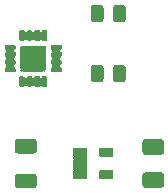
<source format=gbr>
%TF.GenerationSoftware,KiCad,Pcbnew,5.1.9+dfsg1-1~bpo10+1*%
%TF.CreationDate,Date%
%TF.ProjectId,test,74657374-2e6b-4696-9361-645f70636258,v2*%
%TF.SameCoordinates,Original*%
%TF.FileFunction,Soldermask,Top*%
%TF.FilePolarity,Negative*%
%FSLAX46Y46*%
G04 Gerber Fmt 4.6, Leading zero omitted, Abs format (unit mm)*
G04 Created by KiCad*
%MOMM*%
%LPD*%
G01*
G04 APERTURE LIST*
%ADD10C,0.100000*%
G04 APERTURE END LIST*
%TO.C,R2*%
G36*
G01*
X131209000Y-97636750D02*
X131209000Y-96673250D01*
G75*
G02*
X131478250Y-96404000I269250J0D01*
G01*
X132016750Y-96404000D01*
G75*
G02*
X132286000Y-96673250I0J-269250D01*
G01*
X132286000Y-97636750D01*
G75*
G02*
X132016750Y-97906000I-269250J0D01*
G01*
X131478250Y-97906000D01*
G75*
G02*
X131209000Y-97636750I0J269250D01*
G01*
G37*
G36*
G01*
X129334000Y-97636750D02*
X129334000Y-96673250D01*
G75*
G02*
X129603250Y-96404000I269250J0D01*
G01*
X130141750Y-96404000D01*
G75*
G02*
X130411000Y-96673250I0J-269250D01*
G01*
X130411000Y-97636750D01*
G75*
G02*
X130141750Y-97906000I-269250J0D01*
G01*
X129603250Y-97906000D01*
G75*
G02*
X129334000Y-97636750I0J269250D01*
G01*
G37*
%TD*%
%TO.C,R1*%
G36*
G01*
X131209000Y-92556750D02*
X131209000Y-91593250D01*
G75*
G02*
X131478250Y-91324000I269250J0D01*
G01*
X132016750Y-91324000D01*
G75*
G02*
X132286000Y-91593250I0J-269250D01*
G01*
X132286000Y-92556750D01*
G75*
G02*
X132016750Y-92826000I-269250J0D01*
G01*
X131478250Y-92826000D01*
G75*
G02*
X131209000Y-92556750I0J269250D01*
G01*
G37*
G36*
G01*
X129334000Y-92556750D02*
X129334000Y-91593250D01*
G75*
G02*
X129603250Y-91324000I269250J0D01*
G01*
X130141750Y-91324000D01*
G75*
G02*
X130411000Y-91593250I0J-269250D01*
G01*
X130411000Y-92556750D01*
G75*
G02*
X130141750Y-92826000I-269250J0D01*
G01*
X129603250Y-92826000D01*
G75*
G02*
X129334000Y-92556750I0J269250D01*
G01*
G37*
%TD*%
%TO.C,U2*%
G36*
G01*
X123284000Y-94310500D02*
X123284000Y-93559500D01*
G75*
G02*
X123384500Y-93459000I100500J0D01*
G01*
X123585500Y-93459000D01*
G75*
G02*
X123686000Y-93559500I0J-100500D01*
G01*
X123686000Y-94310500D01*
G75*
G02*
X123585500Y-94411000I-100500J0D01*
G01*
X123384500Y-94411000D01*
G75*
G02*
X123284000Y-94310500I0J100500D01*
G01*
G37*
G36*
G01*
X123934000Y-94310500D02*
X123934000Y-93559500D01*
G75*
G02*
X124034500Y-93459000I100500J0D01*
G01*
X124235500Y-93459000D01*
G75*
G02*
X124336000Y-93559500I0J-100500D01*
G01*
X124336000Y-94310500D01*
G75*
G02*
X124235500Y-94411000I-100500J0D01*
G01*
X124034500Y-94411000D01*
G75*
G02*
X123934000Y-94310500I0J100500D01*
G01*
G37*
G36*
G01*
X124584000Y-94310500D02*
X124584000Y-93559500D01*
G75*
G02*
X124684500Y-93459000I100500J0D01*
G01*
X124885500Y-93459000D01*
G75*
G02*
X124986000Y-93559500I0J-100500D01*
G01*
X124986000Y-94310500D01*
G75*
G02*
X124885500Y-94411000I-100500J0D01*
G01*
X124684500Y-94411000D01*
G75*
G02*
X124584000Y-94310500I0J100500D01*
G01*
G37*
G36*
G01*
X125234000Y-94310500D02*
X125234000Y-93559500D01*
G75*
G02*
X125334500Y-93459000I100500J0D01*
G01*
X125535500Y-93459000D01*
G75*
G02*
X125636000Y-93559500I0J-100500D01*
G01*
X125636000Y-94310500D01*
G75*
G02*
X125535500Y-94411000I-100500J0D01*
G01*
X125334500Y-94411000D01*
G75*
G02*
X125234000Y-94310500I0J100500D01*
G01*
G37*
G36*
G01*
X125934000Y-95010500D02*
X125934000Y-94809500D01*
G75*
G02*
X126034500Y-94709000I100500J0D01*
G01*
X126785500Y-94709000D01*
G75*
G02*
X126886000Y-94809500I0J-100500D01*
G01*
X126886000Y-95010500D01*
G75*
G02*
X126785500Y-95111000I-100500J0D01*
G01*
X126034500Y-95111000D01*
G75*
G02*
X125934000Y-95010500I0J100500D01*
G01*
G37*
G36*
G01*
X125934000Y-95660500D02*
X125934000Y-95459500D01*
G75*
G02*
X126034500Y-95359000I100500J0D01*
G01*
X126785500Y-95359000D01*
G75*
G02*
X126886000Y-95459500I0J-100500D01*
G01*
X126886000Y-95660500D01*
G75*
G02*
X126785500Y-95761000I-100500J0D01*
G01*
X126034500Y-95761000D01*
G75*
G02*
X125934000Y-95660500I0J100500D01*
G01*
G37*
G36*
G01*
X125934000Y-96310500D02*
X125934000Y-96109500D01*
G75*
G02*
X126034500Y-96009000I100500J0D01*
G01*
X126785500Y-96009000D01*
G75*
G02*
X126886000Y-96109500I0J-100500D01*
G01*
X126886000Y-96310500D01*
G75*
G02*
X126785500Y-96411000I-100500J0D01*
G01*
X126034500Y-96411000D01*
G75*
G02*
X125934000Y-96310500I0J100500D01*
G01*
G37*
G36*
G01*
X125934000Y-96960500D02*
X125934000Y-96759500D01*
G75*
G02*
X126034500Y-96659000I100500J0D01*
G01*
X126785500Y-96659000D01*
G75*
G02*
X126886000Y-96759500I0J-100500D01*
G01*
X126886000Y-96960500D01*
G75*
G02*
X126785500Y-97061000I-100500J0D01*
G01*
X126034500Y-97061000D01*
G75*
G02*
X125934000Y-96960500I0J100500D01*
G01*
G37*
G36*
G01*
X125234000Y-98210500D02*
X125234000Y-97459500D01*
G75*
G02*
X125334500Y-97359000I100500J0D01*
G01*
X125535500Y-97359000D01*
G75*
G02*
X125636000Y-97459500I0J-100500D01*
G01*
X125636000Y-98210500D01*
G75*
G02*
X125535500Y-98311000I-100500J0D01*
G01*
X125334500Y-98311000D01*
G75*
G02*
X125234000Y-98210500I0J100500D01*
G01*
G37*
G36*
G01*
X124584000Y-98210500D02*
X124584000Y-97459500D01*
G75*
G02*
X124684500Y-97359000I100500J0D01*
G01*
X124885500Y-97359000D01*
G75*
G02*
X124986000Y-97459500I0J-100500D01*
G01*
X124986000Y-98210500D01*
G75*
G02*
X124885500Y-98311000I-100500J0D01*
G01*
X124684500Y-98311000D01*
G75*
G02*
X124584000Y-98210500I0J100500D01*
G01*
G37*
G36*
G01*
X123934000Y-98210500D02*
X123934000Y-97459500D01*
G75*
G02*
X124034500Y-97359000I100500J0D01*
G01*
X124235500Y-97359000D01*
G75*
G02*
X124336000Y-97459500I0J-100500D01*
G01*
X124336000Y-98210500D01*
G75*
G02*
X124235500Y-98311000I-100500J0D01*
G01*
X124034500Y-98311000D01*
G75*
G02*
X123934000Y-98210500I0J100500D01*
G01*
G37*
G36*
G01*
X123284000Y-98210500D02*
X123284000Y-97459500D01*
G75*
G02*
X123384500Y-97359000I100500J0D01*
G01*
X123585500Y-97359000D01*
G75*
G02*
X123686000Y-97459500I0J-100500D01*
G01*
X123686000Y-98210500D01*
G75*
G02*
X123585500Y-98311000I-100500J0D01*
G01*
X123384500Y-98311000D01*
G75*
G02*
X123284000Y-98210500I0J100500D01*
G01*
G37*
G36*
G01*
X122034000Y-96960500D02*
X122034000Y-96759500D01*
G75*
G02*
X122134500Y-96659000I100500J0D01*
G01*
X122885500Y-96659000D01*
G75*
G02*
X122986000Y-96759500I0J-100500D01*
G01*
X122986000Y-96960500D01*
G75*
G02*
X122885500Y-97061000I-100500J0D01*
G01*
X122134500Y-97061000D01*
G75*
G02*
X122034000Y-96960500I0J100500D01*
G01*
G37*
G36*
G01*
X122034000Y-96310500D02*
X122034000Y-96109500D01*
G75*
G02*
X122134500Y-96009000I100500J0D01*
G01*
X122885500Y-96009000D01*
G75*
G02*
X122986000Y-96109500I0J-100500D01*
G01*
X122986000Y-96310500D01*
G75*
G02*
X122885500Y-96411000I-100500J0D01*
G01*
X122134500Y-96411000D01*
G75*
G02*
X122034000Y-96310500I0J100500D01*
G01*
G37*
G36*
G01*
X122034000Y-95660500D02*
X122034000Y-95459500D01*
G75*
G02*
X122134500Y-95359000I100500J0D01*
G01*
X122885500Y-95359000D01*
G75*
G02*
X122986000Y-95459500I0J-100500D01*
G01*
X122986000Y-95660500D01*
G75*
G02*
X122885500Y-95761000I-100500J0D01*
G01*
X122134500Y-95761000D01*
G75*
G02*
X122034000Y-95660500I0J100500D01*
G01*
G37*
G36*
G01*
X122034000Y-95010500D02*
X122034000Y-94809500D01*
G75*
G02*
X122134500Y-94709000I100500J0D01*
G01*
X122885500Y-94709000D01*
G75*
G02*
X122986000Y-94809500I0J-100500D01*
G01*
X122986000Y-95010500D01*
G75*
G02*
X122885500Y-95111000I-100500J0D01*
G01*
X122134500Y-95111000D01*
G75*
G02*
X122034000Y-95010500I0J100500D01*
G01*
G37*
G36*
G01*
X123359000Y-96723858D02*
X123359000Y-95046142D01*
G75*
G02*
X123621142Y-94784000I262142J0D01*
G01*
X125298858Y-94784000D01*
G75*
G02*
X125561000Y-95046142I0J-262142D01*
G01*
X125561000Y-96723858D01*
G75*
G02*
X125298858Y-96986000I-262142J0D01*
G01*
X123621142Y-96986000D01*
G75*
G02*
X123359000Y-96723858I0J262142D01*
G01*
G37*
%TD*%
%TO.C,U1*%
G36*
G01*
X130059000Y-104150001D02*
X130059000Y-103499999D01*
G75*
G02*
X130109999Y-103449000I50999J0D01*
G01*
X131170001Y-103449000D01*
G75*
G02*
X131221000Y-103499999I0J-50999D01*
G01*
X131221000Y-104150001D01*
G75*
G02*
X131170001Y-104201000I-50999J0D01*
G01*
X130109999Y-104201000D01*
G75*
G02*
X130059000Y-104150001I0J50999D01*
G01*
G37*
G36*
G01*
X130059000Y-106050001D02*
X130059000Y-105399999D01*
G75*
G02*
X130109999Y-105349000I50999J0D01*
G01*
X131170001Y-105349000D01*
G75*
G02*
X131221000Y-105399999I0J-50999D01*
G01*
X131221000Y-106050001D01*
G75*
G02*
X131170001Y-106101000I-50999J0D01*
G01*
X130109999Y-106101000D01*
G75*
G02*
X130059000Y-106050001I0J50999D01*
G01*
G37*
G36*
G01*
X127859000Y-106050001D02*
X127859000Y-105399999D01*
G75*
G02*
X127909999Y-105349000I50999J0D01*
G01*
X128970001Y-105349000D01*
G75*
G02*
X129021000Y-105399999I0J-50999D01*
G01*
X129021000Y-106050001D01*
G75*
G02*
X128970001Y-106101000I-50999J0D01*
G01*
X127909999Y-106101000D01*
G75*
G02*
X127859000Y-106050001I0J50999D01*
G01*
G37*
G36*
G01*
X127859000Y-105100001D02*
X127859000Y-104449999D01*
G75*
G02*
X127909999Y-104399000I50999J0D01*
G01*
X128970001Y-104399000D01*
G75*
G02*
X129021000Y-104449999I0J-50999D01*
G01*
X129021000Y-105100001D01*
G75*
G02*
X128970001Y-105151000I-50999J0D01*
G01*
X127909999Y-105151000D01*
G75*
G02*
X127859000Y-105100001I0J50999D01*
G01*
G37*
G36*
G01*
X127859000Y-104150001D02*
X127859000Y-103499999D01*
G75*
G02*
X127909999Y-103449000I50999J0D01*
G01*
X128970001Y-103449000D01*
G75*
G02*
X129021000Y-103499999I0J-50999D01*
G01*
X129021000Y-104150001D01*
G75*
G02*
X128970001Y-104201000I-50999J0D01*
G01*
X127909999Y-104201000D01*
G75*
G02*
X127859000Y-104150001I0J50999D01*
G01*
G37*
%TD*%
%TO.C,C2*%
G36*
G01*
X135275600Y-104051000D02*
X133964400Y-104051000D01*
G75*
G02*
X133694000Y-103780600I0J270400D01*
G01*
X133694000Y-102969400D01*
G75*
G02*
X133964400Y-102699000I270400J0D01*
G01*
X135275600Y-102699000D01*
G75*
G02*
X135546000Y-102969400I0J-270400D01*
G01*
X135546000Y-103780600D01*
G75*
G02*
X135275600Y-104051000I-270400J0D01*
G01*
G37*
G36*
G01*
X135275600Y-106851000D02*
X133964400Y-106851000D01*
G75*
G02*
X133694000Y-106580600I0J270400D01*
G01*
X133694000Y-105769400D01*
G75*
G02*
X133964400Y-105499000I270400J0D01*
G01*
X135275600Y-105499000D01*
G75*
G02*
X135546000Y-105769400I0J-270400D01*
G01*
X135546000Y-106580600D01*
G75*
G02*
X135275600Y-106851000I-270400J0D01*
G01*
G37*
%TD*%
%TO.C,C1*%
G36*
G01*
X124503828Y-103926000D02*
X123146172Y-103926000D01*
G75*
G02*
X122874000Y-103653828I0J272172D01*
G01*
X122874000Y-102946172D01*
G75*
G02*
X123146172Y-102674000I272172J0D01*
G01*
X124503828Y-102674000D01*
G75*
G02*
X124776000Y-102946172I0J-272172D01*
G01*
X124776000Y-103653828D01*
G75*
G02*
X124503828Y-103926000I-272172J0D01*
G01*
G37*
G36*
G01*
X124503828Y-106876000D02*
X123146172Y-106876000D01*
G75*
G02*
X122874000Y-106603828I0J272172D01*
G01*
X122874000Y-105896172D01*
G75*
G02*
X123146172Y-105624000I272172J0D01*
G01*
X124503828Y-105624000D01*
G75*
G02*
X124776000Y-105896172I0J-272172D01*
G01*
X124776000Y-106603828D01*
G75*
G02*
X124503828Y-106876000I-272172J0D01*
G01*
G37*
%TD*%
D10*
G36*
X129022732Y-105150000D02*
G01*
X129023000Y-105151000D01*
X129023000Y-105349000D01*
X129022000Y-105350732D01*
X129021000Y-105351000D01*
X127859000Y-105351000D01*
X127857268Y-105350000D01*
X127857000Y-105349000D01*
X127857000Y-105151000D01*
X127858000Y-105149268D01*
X127859000Y-105149000D01*
X129021000Y-105149000D01*
X129022732Y-105150000D01*
G37*
G36*
X129022732Y-104200000D02*
G01*
X129023000Y-104201000D01*
X129023000Y-104399000D01*
X129022000Y-104400732D01*
X129021000Y-104401000D01*
X127859000Y-104401000D01*
X127857268Y-104400000D01*
X127857000Y-104399000D01*
X127857000Y-104201000D01*
X127858000Y-104199268D01*
X127859000Y-104199000D01*
X129021000Y-104199000D01*
X129022732Y-104200000D01*
G37*
G36*
X124942056Y-97357010D02*
G01*
X124955491Y-97358333D01*
X124955876Y-97358409D01*
X124962891Y-97360537D01*
X124963253Y-97360687D01*
X124969719Y-97364144D01*
X124970045Y-97364362D01*
X124975711Y-97369012D01*
X124975988Y-97369289D01*
X124980638Y-97374955D01*
X124980856Y-97375281D01*
X124984313Y-97381747D01*
X124984463Y-97382109D01*
X124986591Y-97389124D01*
X124986667Y-97389509D01*
X124987583Y-97398808D01*
X124992307Y-97422560D01*
X125001534Y-97444834D01*
X125014928Y-97464881D01*
X125031975Y-97481928D01*
X125052023Y-97495323D01*
X125074297Y-97504550D01*
X125097947Y-97509254D01*
X125122053Y-97509254D01*
X125145703Y-97504550D01*
X125167977Y-97495323D01*
X125188024Y-97481929D01*
X125205071Y-97464882D01*
X125218466Y-97444834D01*
X125227693Y-97422560D01*
X125232417Y-97398808D01*
X125233333Y-97389509D01*
X125233409Y-97389124D01*
X125235537Y-97382109D01*
X125235687Y-97381747D01*
X125239144Y-97375281D01*
X125239362Y-97374955D01*
X125244012Y-97369289D01*
X125244289Y-97369012D01*
X125249955Y-97364362D01*
X125250281Y-97364144D01*
X125256747Y-97360687D01*
X125257109Y-97360537D01*
X125264124Y-97358409D01*
X125264509Y-97358333D01*
X125277944Y-97357010D01*
X125278140Y-97357000D01*
X125334500Y-97357000D01*
X125336232Y-97358000D01*
X125336232Y-97360000D01*
X125334696Y-97360990D01*
X125315288Y-97362901D01*
X125296809Y-97368507D01*
X125279781Y-97377608D01*
X125264857Y-97389857D01*
X125252608Y-97404781D01*
X125243507Y-97421809D01*
X125237901Y-97440288D01*
X125236000Y-97459594D01*
X125236000Y-98210406D01*
X125237901Y-98229712D01*
X125243507Y-98248191D01*
X125252608Y-98265219D01*
X125264857Y-98280143D01*
X125279781Y-98292392D01*
X125296809Y-98301493D01*
X125315288Y-98307099D01*
X125334696Y-98309010D01*
X125336322Y-98310175D01*
X125336126Y-98312165D01*
X125334500Y-98313000D01*
X125278140Y-98313000D01*
X125277944Y-98312990D01*
X125264509Y-98311667D01*
X125264124Y-98311591D01*
X125257109Y-98309463D01*
X125256747Y-98309313D01*
X125250281Y-98305856D01*
X125249955Y-98305638D01*
X125244289Y-98300988D01*
X125244012Y-98300711D01*
X125239362Y-98295045D01*
X125239144Y-98294719D01*
X125235687Y-98288253D01*
X125235537Y-98287891D01*
X125233409Y-98280876D01*
X125233333Y-98280491D01*
X125232417Y-98271192D01*
X125227693Y-98247440D01*
X125218466Y-98225166D01*
X125205072Y-98205119D01*
X125188025Y-98188072D01*
X125167977Y-98174677D01*
X125145703Y-98165450D01*
X125122053Y-98160746D01*
X125097947Y-98160746D01*
X125074297Y-98165450D01*
X125052023Y-98174677D01*
X125031976Y-98188071D01*
X125014929Y-98205118D01*
X125001534Y-98225166D01*
X124992307Y-98247440D01*
X124987583Y-98271192D01*
X124986667Y-98280491D01*
X124986591Y-98280876D01*
X124984463Y-98287891D01*
X124984313Y-98288253D01*
X124980856Y-98294719D01*
X124980638Y-98295045D01*
X124975988Y-98300711D01*
X124975711Y-98300988D01*
X124970045Y-98305638D01*
X124969719Y-98305856D01*
X124963253Y-98309313D01*
X124962891Y-98309463D01*
X124955876Y-98311591D01*
X124955491Y-98311667D01*
X124942056Y-98312990D01*
X124941860Y-98313000D01*
X124885500Y-98313000D01*
X124883768Y-98312000D01*
X124883768Y-98310000D01*
X124885304Y-98309010D01*
X124904712Y-98307099D01*
X124923191Y-98301493D01*
X124940219Y-98292392D01*
X124955143Y-98280143D01*
X124967392Y-98265219D01*
X124976493Y-98248191D01*
X124982099Y-98229712D01*
X124984000Y-98210406D01*
X124984000Y-97459594D01*
X124982099Y-97440288D01*
X124976493Y-97421809D01*
X124967392Y-97404781D01*
X124955143Y-97389857D01*
X124940219Y-97377608D01*
X124923191Y-97368507D01*
X124904712Y-97362901D01*
X124885304Y-97360990D01*
X124883678Y-97359825D01*
X124883874Y-97357835D01*
X124885500Y-97357000D01*
X124941860Y-97357000D01*
X124942056Y-97357010D01*
G37*
G36*
X123642056Y-97357010D02*
G01*
X123655491Y-97358333D01*
X123655876Y-97358409D01*
X123662891Y-97360537D01*
X123663253Y-97360687D01*
X123669719Y-97364144D01*
X123670045Y-97364362D01*
X123675711Y-97369012D01*
X123675988Y-97369289D01*
X123680638Y-97374955D01*
X123680856Y-97375281D01*
X123684313Y-97381747D01*
X123684463Y-97382109D01*
X123686591Y-97389124D01*
X123686667Y-97389509D01*
X123687583Y-97398808D01*
X123692307Y-97422560D01*
X123701534Y-97444834D01*
X123714928Y-97464881D01*
X123731975Y-97481928D01*
X123752023Y-97495323D01*
X123774297Y-97504550D01*
X123797947Y-97509254D01*
X123822053Y-97509254D01*
X123845703Y-97504550D01*
X123867977Y-97495323D01*
X123888024Y-97481929D01*
X123905071Y-97464882D01*
X123918466Y-97444834D01*
X123927693Y-97422560D01*
X123932417Y-97398808D01*
X123933333Y-97389509D01*
X123933409Y-97389124D01*
X123935537Y-97382109D01*
X123935687Y-97381747D01*
X123939144Y-97375281D01*
X123939362Y-97374955D01*
X123944012Y-97369289D01*
X123944289Y-97369012D01*
X123949955Y-97364362D01*
X123950281Y-97364144D01*
X123956747Y-97360687D01*
X123957109Y-97360537D01*
X123964124Y-97358409D01*
X123964509Y-97358333D01*
X123977944Y-97357010D01*
X123978140Y-97357000D01*
X124034500Y-97357000D01*
X124036232Y-97358000D01*
X124036232Y-97360000D01*
X124034696Y-97360990D01*
X124015288Y-97362901D01*
X123996809Y-97368507D01*
X123979781Y-97377608D01*
X123964857Y-97389857D01*
X123952608Y-97404781D01*
X123943507Y-97421809D01*
X123937901Y-97440288D01*
X123936000Y-97459594D01*
X123936000Y-98210406D01*
X123937901Y-98229712D01*
X123943507Y-98248191D01*
X123952608Y-98265219D01*
X123964857Y-98280143D01*
X123979781Y-98292392D01*
X123996809Y-98301493D01*
X124015288Y-98307099D01*
X124034696Y-98309010D01*
X124036322Y-98310175D01*
X124036126Y-98312165D01*
X124034500Y-98313000D01*
X123978140Y-98313000D01*
X123977944Y-98312990D01*
X123964509Y-98311667D01*
X123964124Y-98311591D01*
X123957109Y-98309463D01*
X123956747Y-98309313D01*
X123950281Y-98305856D01*
X123949955Y-98305638D01*
X123944289Y-98300988D01*
X123944012Y-98300711D01*
X123939362Y-98295045D01*
X123939144Y-98294719D01*
X123935687Y-98288253D01*
X123935537Y-98287891D01*
X123933409Y-98280876D01*
X123933333Y-98280491D01*
X123932417Y-98271192D01*
X123927693Y-98247440D01*
X123918466Y-98225166D01*
X123905072Y-98205119D01*
X123888025Y-98188072D01*
X123867977Y-98174677D01*
X123845703Y-98165450D01*
X123822053Y-98160746D01*
X123797947Y-98160746D01*
X123774297Y-98165450D01*
X123752023Y-98174677D01*
X123731976Y-98188071D01*
X123714929Y-98205118D01*
X123701534Y-98225166D01*
X123692307Y-98247440D01*
X123687583Y-98271192D01*
X123686667Y-98280491D01*
X123686591Y-98280876D01*
X123684463Y-98287891D01*
X123684313Y-98288253D01*
X123680856Y-98294719D01*
X123680638Y-98295045D01*
X123675988Y-98300711D01*
X123675711Y-98300988D01*
X123670045Y-98305638D01*
X123669719Y-98305856D01*
X123663253Y-98309313D01*
X123662891Y-98309463D01*
X123655876Y-98311591D01*
X123655491Y-98311667D01*
X123642056Y-98312990D01*
X123641860Y-98313000D01*
X123585500Y-98313000D01*
X123583768Y-98312000D01*
X123583768Y-98310000D01*
X123585304Y-98309010D01*
X123604712Y-98307099D01*
X123623191Y-98301493D01*
X123640219Y-98292392D01*
X123655143Y-98280143D01*
X123667392Y-98265219D01*
X123676493Y-98248191D01*
X123682099Y-98229712D01*
X123684000Y-98210406D01*
X123684000Y-97459594D01*
X123682099Y-97440288D01*
X123676493Y-97421809D01*
X123667392Y-97404781D01*
X123655143Y-97389857D01*
X123640219Y-97377608D01*
X123623191Y-97368507D01*
X123604712Y-97362901D01*
X123585304Y-97360990D01*
X123583678Y-97359825D01*
X123583874Y-97357835D01*
X123585500Y-97357000D01*
X123641860Y-97357000D01*
X123642056Y-97357010D01*
G37*
G36*
X124292056Y-97357010D02*
G01*
X124305491Y-97358333D01*
X124305876Y-97358409D01*
X124312891Y-97360537D01*
X124313253Y-97360687D01*
X124319719Y-97364144D01*
X124320045Y-97364362D01*
X124325711Y-97369012D01*
X124325988Y-97369289D01*
X124330638Y-97374955D01*
X124330856Y-97375281D01*
X124334313Y-97381747D01*
X124334463Y-97382109D01*
X124336591Y-97389124D01*
X124336667Y-97389509D01*
X124337583Y-97398808D01*
X124342307Y-97422560D01*
X124351534Y-97444834D01*
X124364928Y-97464881D01*
X124381975Y-97481928D01*
X124402023Y-97495323D01*
X124424297Y-97504550D01*
X124447947Y-97509254D01*
X124472053Y-97509254D01*
X124495703Y-97504550D01*
X124517977Y-97495323D01*
X124538024Y-97481929D01*
X124555071Y-97464882D01*
X124568466Y-97444834D01*
X124577693Y-97422560D01*
X124582417Y-97398808D01*
X124583333Y-97389509D01*
X124583409Y-97389124D01*
X124585537Y-97382109D01*
X124585687Y-97381747D01*
X124589144Y-97375281D01*
X124589362Y-97374955D01*
X124594012Y-97369289D01*
X124594289Y-97369012D01*
X124599955Y-97364362D01*
X124600281Y-97364144D01*
X124606747Y-97360687D01*
X124607109Y-97360537D01*
X124614124Y-97358409D01*
X124614509Y-97358333D01*
X124627944Y-97357010D01*
X124628140Y-97357000D01*
X124684500Y-97357000D01*
X124686232Y-97358000D01*
X124686232Y-97360000D01*
X124684696Y-97360990D01*
X124665288Y-97362901D01*
X124646809Y-97368507D01*
X124629781Y-97377608D01*
X124614857Y-97389857D01*
X124602608Y-97404781D01*
X124593507Y-97421809D01*
X124587901Y-97440288D01*
X124586000Y-97459594D01*
X124586000Y-98210406D01*
X124587901Y-98229712D01*
X124593507Y-98248191D01*
X124602608Y-98265219D01*
X124614857Y-98280143D01*
X124629781Y-98292392D01*
X124646809Y-98301493D01*
X124665288Y-98307099D01*
X124684696Y-98309010D01*
X124686322Y-98310175D01*
X124686126Y-98312165D01*
X124684500Y-98313000D01*
X124628140Y-98313000D01*
X124627944Y-98312990D01*
X124614509Y-98311667D01*
X124614124Y-98311591D01*
X124607109Y-98309463D01*
X124606747Y-98309313D01*
X124600281Y-98305856D01*
X124599955Y-98305638D01*
X124594289Y-98300988D01*
X124594012Y-98300711D01*
X124589362Y-98295045D01*
X124589144Y-98294719D01*
X124585687Y-98288253D01*
X124585537Y-98287891D01*
X124583409Y-98280876D01*
X124583333Y-98280491D01*
X124582417Y-98271192D01*
X124577693Y-98247440D01*
X124568466Y-98225166D01*
X124555072Y-98205119D01*
X124538025Y-98188072D01*
X124517977Y-98174677D01*
X124495703Y-98165450D01*
X124472053Y-98160746D01*
X124447947Y-98160746D01*
X124424297Y-98165450D01*
X124402023Y-98174677D01*
X124381976Y-98188071D01*
X124364929Y-98205118D01*
X124351534Y-98225166D01*
X124342307Y-98247440D01*
X124337583Y-98271192D01*
X124336667Y-98280491D01*
X124336591Y-98280876D01*
X124334463Y-98287891D01*
X124334313Y-98288253D01*
X124330856Y-98294719D01*
X124330638Y-98295045D01*
X124325988Y-98300711D01*
X124325711Y-98300988D01*
X124320045Y-98305638D01*
X124319719Y-98305856D01*
X124313253Y-98309313D01*
X124312891Y-98309463D01*
X124305876Y-98311591D01*
X124305491Y-98311667D01*
X124292056Y-98312990D01*
X124291860Y-98313000D01*
X124235500Y-98313000D01*
X124233768Y-98312000D01*
X124233768Y-98310000D01*
X124235304Y-98309010D01*
X124254712Y-98307099D01*
X124273191Y-98301493D01*
X124290219Y-98292392D01*
X124305143Y-98280143D01*
X124317392Y-98265219D01*
X124326493Y-98248191D01*
X124332099Y-98229712D01*
X124334000Y-98210406D01*
X124334000Y-97459594D01*
X124332099Y-97440288D01*
X124326493Y-97421809D01*
X124317392Y-97404781D01*
X124305143Y-97389857D01*
X124290219Y-97377608D01*
X124273191Y-97368507D01*
X124254712Y-97362901D01*
X124235304Y-97360990D01*
X124233678Y-97359825D01*
X124233874Y-97357835D01*
X124235500Y-97357000D01*
X124291860Y-97357000D01*
X124292056Y-97357010D01*
G37*
G36*
X125562165Y-96722232D02*
G01*
X125563000Y-96723858D01*
X125563000Y-96812955D01*
X125562990Y-96813151D01*
X125559190Y-96851733D01*
X125559114Y-96852118D01*
X125549650Y-96883317D01*
X125549500Y-96883679D01*
X125534132Y-96912430D01*
X125533914Y-96912756D01*
X125513233Y-96937956D01*
X125512956Y-96938233D01*
X125487756Y-96958914D01*
X125487430Y-96959132D01*
X125458679Y-96974500D01*
X125458317Y-96974650D01*
X125427118Y-96984114D01*
X125426733Y-96984190D01*
X125388151Y-96987990D01*
X125387955Y-96988000D01*
X125298858Y-96988000D01*
X125297126Y-96987000D01*
X125297126Y-96985000D01*
X125298662Y-96984010D01*
X125349604Y-96978993D01*
X125398406Y-96964189D01*
X125443380Y-96940150D01*
X125482799Y-96907799D01*
X125515150Y-96868380D01*
X125539189Y-96823406D01*
X125553993Y-96774604D01*
X125559010Y-96723662D01*
X125560175Y-96722036D01*
X125562165Y-96722232D01*
G37*
G36*
X123360990Y-96723662D02*
G01*
X123366007Y-96774604D01*
X123380811Y-96823406D01*
X123404850Y-96868380D01*
X123437201Y-96907799D01*
X123476620Y-96940150D01*
X123521594Y-96964189D01*
X123570396Y-96978993D01*
X123621338Y-96984010D01*
X123622964Y-96985175D01*
X123622768Y-96987165D01*
X123621142Y-96988000D01*
X123532045Y-96988000D01*
X123531849Y-96987990D01*
X123493267Y-96984190D01*
X123492882Y-96984114D01*
X123461683Y-96974650D01*
X123461321Y-96974500D01*
X123432570Y-96959132D01*
X123432244Y-96958914D01*
X123407044Y-96938233D01*
X123406767Y-96937956D01*
X123386086Y-96912756D01*
X123385868Y-96912430D01*
X123370500Y-96883679D01*
X123370350Y-96883317D01*
X123360886Y-96852118D01*
X123360810Y-96851733D01*
X123357010Y-96813151D01*
X123357000Y-96812955D01*
X123357000Y-96723858D01*
X123358000Y-96722126D01*
X123360000Y-96722126D01*
X123360990Y-96723662D01*
G37*
G36*
X126887165Y-96308874D02*
G01*
X126888000Y-96310500D01*
X126888000Y-96366860D01*
X126887990Y-96367056D01*
X126886667Y-96380491D01*
X126886591Y-96380876D01*
X126884463Y-96387891D01*
X126884313Y-96388253D01*
X126880856Y-96394719D01*
X126880638Y-96395045D01*
X126875988Y-96400711D01*
X126875711Y-96400988D01*
X126870045Y-96405638D01*
X126869719Y-96405856D01*
X126863253Y-96409313D01*
X126862891Y-96409463D01*
X126855876Y-96411591D01*
X126855491Y-96411667D01*
X126846192Y-96412583D01*
X126822440Y-96417307D01*
X126800166Y-96426534D01*
X126780119Y-96439928D01*
X126763072Y-96456975D01*
X126749677Y-96477023D01*
X126740450Y-96499297D01*
X126735746Y-96522947D01*
X126735746Y-96547053D01*
X126740450Y-96570703D01*
X126749677Y-96592977D01*
X126763071Y-96613024D01*
X126780118Y-96630071D01*
X126800166Y-96643466D01*
X126822440Y-96652693D01*
X126846192Y-96657417D01*
X126855491Y-96658333D01*
X126855876Y-96658409D01*
X126862891Y-96660537D01*
X126863253Y-96660687D01*
X126869719Y-96664144D01*
X126870045Y-96664362D01*
X126875711Y-96669012D01*
X126875988Y-96669289D01*
X126880638Y-96674955D01*
X126880856Y-96675281D01*
X126884313Y-96681747D01*
X126884463Y-96682109D01*
X126886591Y-96689124D01*
X126886667Y-96689509D01*
X126887990Y-96702944D01*
X126888000Y-96703140D01*
X126888000Y-96759500D01*
X126887000Y-96761232D01*
X126885000Y-96761232D01*
X126884010Y-96759696D01*
X126882099Y-96740288D01*
X126876493Y-96721809D01*
X126867392Y-96704781D01*
X126855143Y-96689857D01*
X126840219Y-96677608D01*
X126823191Y-96668507D01*
X126804712Y-96662901D01*
X126785406Y-96661000D01*
X126034594Y-96661000D01*
X126015288Y-96662901D01*
X125996809Y-96668507D01*
X125979781Y-96677608D01*
X125964857Y-96689857D01*
X125952608Y-96704781D01*
X125943507Y-96721809D01*
X125937901Y-96740288D01*
X125935990Y-96759696D01*
X125934825Y-96761322D01*
X125932835Y-96761126D01*
X125932000Y-96759500D01*
X125932000Y-96703140D01*
X125932010Y-96702944D01*
X125933333Y-96689509D01*
X125933409Y-96689124D01*
X125935537Y-96682109D01*
X125935687Y-96681747D01*
X125939144Y-96675281D01*
X125939362Y-96674955D01*
X125944012Y-96669289D01*
X125944289Y-96669012D01*
X125949955Y-96664362D01*
X125950281Y-96664144D01*
X125956747Y-96660687D01*
X125957109Y-96660537D01*
X125964124Y-96658409D01*
X125964509Y-96658333D01*
X125973808Y-96657417D01*
X125997560Y-96652693D01*
X126019834Y-96643466D01*
X126039881Y-96630072D01*
X126056928Y-96613025D01*
X126070323Y-96592977D01*
X126079550Y-96570703D01*
X126084254Y-96547053D01*
X126084254Y-96522947D01*
X126079550Y-96499297D01*
X126070323Y-96477023D01*
X126056929Y-96456976D01*
X126039882Y-96439929D01*
X126019834Y-96426534D01*
X125997560Y-96417307D01*
X125973808Y-96412583D01*
X125964509Y-96411667D01*
X125964124Y-96411591D01*
X125957109Y-96409463D01*
X125956747Y-96409313D01*
X125950281Y-96405856D01*
X125949955Y-96405638D01*
X125944289Y-96400988D01*
X125944012Y-96400711D01*
X125939362Y-96395045D01*
X125939144Y-96394719D01*
X125935687Y-96388253D01*
X125935537Y-96387891D01*
X125933409Y-96380876D01*
X125933333Y-96380491D01*
X125932010Y-96367056D01*
X125932000Y-96366860D01*
X125932000Y-96310500D01*
X125933000Y-96308768D01*
X125935000Y-96308768D01*
X125935990Y-96310304D01*
X125937901Y-96329712D01*
X125943507Y-96348191D01*
X125952608Y-96365219D01*
X125964857Y-96380143D01*
X125979781Y-96392392D01*
X125996809Y-96401493D01*
X126015288Y-96407099D01*
X126034594Y-96409000D01*
X126785406Y-96409000D01*
X126804712Y-96407099D01*
X126823191Y-96401493D01*
X126840219Y-96392392D01*
X126855143Y-96380143D01*
X126867392Y-96365219D01*
X126876493Y-96348191D01*
X126882099Y-96329712D01*
X126884010Y-96310304D01*
X126885175Y-96308678D01*
X126887165Y-96308874D01*
G37*
G36*
X122987165Y-96308874D02*
G01*
X122988000Y-96310500D01*
X122988000Y-96366860D01*
X122987990Y-96367056D01*
X122986667Y-96380491D01*
X122986591Y-96380876D01*
X122984463Y-96387891D01*
X122984313Y-96388253D01*
X122980856Y-96394719D01*
X122980638Y-96395045D01*
X122975988Y-96400711D01*
X122975711Y-96400988D01*
X122970045Y-96405638D01*
X122969719Y-96405856D01*
X122963253Y-96409313D01*
X122962891Y-96409463D01*
X122955876Y-96411591D01*
X122955491Y-96411667D01*
X122946192Y-96412583D01*
X122922440Y-96417307D01*
X122900166Y-96426534D01*
X122880119Y-96439928D01*
X122863072Y-96456975D01*
X122849677Y-96477023D01*
X122840450Y-96499297D01*
X122835746Y-96522947D01*
X122835746Y-96547053D01*
X122840450Y-96570703D01*
X122849677Y-96592977D01*
X122863071Y-96613024D01*
X122880118Y-96630071D01*
X122900166Y-96643466D01*
X122922440Y-96652693D01*
X122946192Y-96657417D01*
X122955491Y-96658333D01*
X122955876Y-96658409D01*
X122962891Y-96660537D01*
X122963253Y-96660687D01*
X122969719Y-96664144D01*
X122970045Y-96664362D01*
X122975711Y-96669012D01*
X122975988Y-96669289D01*
X122980638Y-96674955D01*
X122980856Y-96675281D01*
X122984313Y-96681747D01*
X122984463Y-96682109D01*
X122986591Y-96689124D01*
X122986667Y-96689509D01*
X122987990Y-96702944D01*
X122988000Y-96703140D01*
X122988000Y-96759500D01*
X122987000Y-96761232D01*
X122985000Y-96761232D01*
X122984010Y-96759696D01*
X122982099Y-96740288D01*
X122976493Y-96721809D01*
X122967392Y-96704781D01*
X122955143Y-96689857D01*
X122940219Y-96677608D01*
X122923191Y-96668507D01*
X122904712Y-96662901D01*
X122885406Y-96661000D01*
X122134594Y-96661000D01*
X122115288Y-96662901D01*
X122096809Y-96668507D01*
X122079781Y-96677608D01*
X122064857Y-96689857D01*
X122052608Y-96704781D01*
X122043507Y-96721809D01*
X122037901Y-96740288D01*
X122035990Y-96759696D01*
X122034825Y-96761322D01*
X122032835Y-96761126D01*
X122032000Y-96759500D01*
X122032000Y-96703140D01*
X122032010Y-96702944D01*
X122033333Y-96689509D01*
X122033409Y-96689124D01*
X122035537Y-96682109D01*
X122035687Y-96681747D01*
X122039144Y-96675281D01*
X122039362Y-96674955D01*
X122044012Y-96669289D01*
X122044289Y-96669012D01*
X122049955Y-96664362D01*
X122050281Y-96664144D01*
X122056747Y-96660687D01*
X122057109Y-96660537D01*
X122064124Y-96658409D01*
X122064509Y-96658333D01*
X122073808Y-96657417D01*
X122097560Y-96652693D01*
X122119834Y-96643466D01*
X122139881Y-96630072D01*
X122156928Y-96613025D01*
X122170323Y-96592977D01*
X122179550Y-96570703D01*
X122184254Y-96547053D01*
X122184254Y-96522947D01*
X122179550Y-96499297D01*
X122170323Y-96477023D01*
X122156929Y-96456976D01*
X122139882Y-96439929D01*
X122119834Y-96426534D01*
X122097560Y-96417307D01*
X122073808Y-96412583D01*
X122064509Y-96411667D01*
X122064124Y-96411591D01*
X122057109Y-96409463D01*
X122056747Y-96409313D01*
X122050281Y-96405856D01*
X122049955Y-96405638D01*
X122044289Y-96400988D01*
X122044012Y-96400711D01*
X122039362Y-96395045D01*
X122039144Y-96394719D01*
X122035687Y-96388253D01*
X122035537Y-96387891D01*
X122033409Y-96380876D01*
X122033333Y-96380491D01*
X122032010Y-96367056D01*
X122032000Y-96366860D01*
X122032000Y-96310500D01*
X122033000Y-96308768D01*
X122035000Y-96308768D01*
X122035990Y-96310304D01*
X122037901Y-96329712D01*
X122043507Y-96348191D01*
X122052608Y-96365219D01*
X122064857Y-96380143D01*
X122079781Y-96392392D01*
X122096809Y-96401493D01*
X122115288Y-96407099D01*
X122134594Y-96409000D01*
X122885406Y-96409000D01*
X122904712Y-96407099D01*
X122923191Y-96401493D01*
X122940219Y-96392392D01*
X122955143Y-96380143D01*
X122967392Y-96365219D01*
X122976493Y-96348191D01*
X122982099Y-96329712D01*
X122984010Y-96310304D01*
X122985175Y-96308678D01*
X122987165Y-96308874D01*
G37*
G36*
X126887165Y-95658874D02*
G01*
X126888000Y-95660500D01*
X126888000Y-95716860D01*
X126887990Y-95717056D01*
X126886667Y-95730491D01*
X126886591Y-95730876D01*
X126884463Y-95737891D01*
X126884313Y-95738253D01*
X126880856Y-95744719D01*
X126880638Y-95745045D01*
X126875988Y-95750711D01*
X126875711Y-95750988D01*
X126870045Y-95755638D01*
X126869719Y-95755856D01*
X126863253Y-95759313D01*
X126862891Y-95759463D01*
X126855876Y-95761591D01*
X126855491Y-95761667D01*
X126846192Y-95762583D01*
X126822440Y-95767307D01*
X126800166Y-95776534D01*
X126780119Y-95789928D01*
X126763072Y-95806975D01*
X126749677Y-95827023D01*
X126740450Y-95849297D01*
X126735746Y-95872947D01*
X126735746Y-95897053D01*
X126740450Y-95920703D01*
X126749677Y-95942977D01*
X126763071Y-95963024D01*
X126780118Y-95980071D01*
X126800166Y-95993466D01*
X126822440Y-96002693D01*
X126846192Y-96007417D01*
X126855491Y-96008333D01*
X126855876Y-96008409D01*
X126862891Y-96010537D01*
X126863253Y-96010687D01*
X126869719Y-96014144D01*
X126870045Y-96014362D01*
X126875711Y-96019012D01*
X126875988Y-96019289D01*
X126880638Y-96024955D01*
X126880856Y-96025281D01*
X126884313Y-96031747D01*
X126884463Y-96032109D01*
X126886591Y-96039124D01*
X126886667Y-96039509D01*
X126887990Y-96052944D01*
X126888000Y-96053140D01*
X126888000Y-96109500D01*
X126887000Y-96111232D01*
X126885000Y-96111232D01*
X126884010Y-96109696D01*
X126882099Y-96090288D01*
X126876493Y-96071809D01*
X126867392Y-96054781D01*
X126855143Y-96039857D01*
X126840219Y-96027608D01*
X126823191Y-96018507D01*
X126804712Y-96012901D01*
X126785406Y-96011000D01*
X126034594Y-96011000D01*
X126015288Y-96012901D01*
X125996809Y-96018507D01*
X125979781Y-96027608D01*
X125964857Y-96039857D01*
X125952608Y-96054781D01*
X125943507Y-96071809D01*
X125937901Y-96090288D01*
X125935990Y-96109696D01*
X125934825Y-96111322D01*
X125932835Y-96111126D01*
X125932000Y-96109500D01*
X125932000Y-96053140D01*
X125932010Y-96052944D01*
X125933333Y-96039509D01*
X125933409Y-96039124D01*
X125935537Y-96032109D01*
X125935687Y-96031747D01*
X125939144Y-96025281D01*
X125939362Y-96024955D01*
X125944012Y-96019289D01*
X125944289Y-96019012D01*
X125949955Y-96014362D01*
X125950281Y-96014144D01*
X125956747Y-96010687D01*
X125957109Y-96010537D01*
X125964124Y-96008409D01*
X125964509Y-96008333D01*
X125973808Y-96007417D01*
X125997560Y-96002693D01*
X126019834Y-95993466D01*
X126039881Y-95980072D01*
X126056928Y-95963025D01*
X126070323Y-95942977D01*
X126079550Y-95920703D01*
X126084254Y-95897053D01*
X126084254Y-95872947D01*
X126079550Y-95849297D01*
X126070323Y-95827023D01*
X126056929Y-95806976D01*
X126039882Y-95789929D01*
X126019834Y-95776534D01*
X125997560Y-95767307D01*
X125973808Y-95762583D01*
X125964509Y-95761667D01*
X125964124Y-95761591D01*
X125957109Y-95759463D01*
X125956747Y-95759313D01*
X125950281Y-95755856D01*
X125949955Y-95755638D01*
X125944289Y-95750988D01*
X125944012Y-95750711D01*
X125939362Y-95745045D01*
X125939144Y-95744719D01*
X125935687Y-95738253D01*
X125935537Y-95737891D01*
X125933409Y-95730876D01*
X125933333Y-95730491D01*
X125932010Y-95717056D01*
X125932000Y-95716860D01*
X125932000Y-95660500D01*
X125933000Y-95658768D01*
X125935000Y-95658768D01*
X125935990Y-95660304D01*
X125937901Y-95679712D01*
X125943507Y-95698191D01*
X125952608Y-95715219D01*
X125964857Y-95730143D01*
X125979781Y-95742392D01*
X125996809Y-95751493D01*
X126015288Y-95757099D01*
X126034594Y-95759000D01*
X126785406Y-95759000D01*
X126804712Y-95757099D01*
X126823191Y-95751493D01*
X126840219Y-95742392D01*
X126855143Y-95730143D01*
X126867392Y-95715219D01*
X126876493Y-95698191D01*
X126882099Y-95679712D01*
X126884010Y-95660304D01*
X126885175Y-95658678D01*
X126887165Y-95658874D01*
G37*
G36*
X122987165Y-95658874D02*
G01*
X122988000Y-95660500D01*
X122988000Y-95716860D01*
X122987990Y-95717056D01*
X122986667Y-95730491D01*
X122986591Y-95730876D01*
X122984463Y-95737891D01*
X122984313Y-95738253D01*
X122980856Y-95744719D01*
X122980638Y-95745045D01*
X122975988Y-95750711D01*
X122975711Y-95750988D01*
X122970045Y-95755638D01*
X122969719Y-95755856D01*
X122963253Y-95759313D01*
X122962891Y-95759463D01*
X122955876Y-95761591D01*
X122955491Y-95761667D01*
X122946192Y-95762583D01*
X122922440Y-95767307D01*
X122900166Y-95776534D01*
X122880119Y-95789928D01*
X122863072Y-95806975D01*
X122849677Y-95827023D01*
X122840450Y-95849297D01*
X122835746Y-95872947D01*
X122835746Y-95897053D01*
X122840450Y-95920703D01*
X122849677Y-95942977D01*
X122863071Y-95963024D01*
X122880118Y-95980071D01*
X122900166Y-95993466D01*
X122922440Y-96002693D01*
X122946192Y-96007417D01*
X122955491Y-96008333D01*
X122955876Y-96008409D01*
X122962891Y-96010537D01*
X122963253Y-96010687D01*
X122969719Y-96014144D01*
X122970045Y-96014362D01*
X122975711Y-96019012D01*
X122975988Y-96019289D01*
X122980638Y-96024955D01*
X122980856Y-96025281D01*
X122984313Y-96031747D01*
X122984463Y-96032109D01*
X122986591Y-96039124D01*
X122986667Y-96039509D01*
X122987990Y-96052944D01*
X122988000Y-96053140D01*
X122988000Y-96109500D01*
X122987000Y-96111232D01*
X122985000Y-96111232D01*
X122984010Y-96109696D01*
X122982099Y-96090288D01*
X122976493Y-96071809D01*
X122967392Y-96054781D01*
X122955143Y-96039857D01*
X122940219Y-96027608D01*
X122923191Y-96018507D01*
X122904712Y-96012901D01*
X122885406Y-96011000D01*
X122134594Y-96011000D01*
X122115288Y-96012901D01*
X122096809Y-96018507D01*
X122079781Y-96027608D01*
X122064857Y-96039857D01*
X122052608Y-96054781D01*
X122043507Y-96071809D01*
X122037901Y-96090288D01*
X122035990Y-96109696D01*
X122034825Y-96111322D01*
X122032835Y-96111126D01*
X122032000Y-96109500D01*
X122032000Y-96053140D01*
X122032010Y-96052944D01*
X122033333Y-96039509D01*
X122033409Y-96039124D01*
X122035537Y-96032109D01*
X122035687Y-96031747D01*
X122039144Y-96025281D01*
X122039362Y-96024955D01*
X122044012Y-96019289D01*
X122044289Y-96019012D01*
X122049955Y-96014362D01*
X122050281Y-96014144D01*
X122056747Y-96010687D01*
X122057109Y-96010537D01*
X122064124Y-96008409D01*
X122064509Y-96008333D01*
X122073808Y-96007417D01*
X122097560Y-96002693D01*
X122119834Y-95993466D01*
X122139881Y-95980072D01*
X122156928Y-95963025D01*
X122170323Y-95942977D01*
X122179550Y-95920703D01*
X122184254Y-95897053D01*
X122184254Y-95872947D01*
X122179550Y-95849297D01*
X122170323Y-95827023D01*
X122156929Y-95806976D01*
X122139882Y-95789929D01*
X122119834Y-95776534D01*
X122097560Y-95767307D01*
X122073808Y-95762583D01*
X122064509Y-95761667D01*
X122064124Y-95761591D01*
X122057109Y-95759463D01*
X122056747Y-95759313D01*
X122050281Y-95755856D01*
X122049955Y-95755638D01*
X122044289Y-95750988D01*
X122044012Y-95750711D01*
X122039362Y-95745045D01*
X122039144Y-95744719D01*
X122035687Y-95738253D01*
X122035537Y-95737891D01*
X122033409Y-95730876D01*
X122033333Y-95730491D01*
X122032010Y-95717056D01*
X122032000Y-95716860D01*
X122032000Y-95660500D01*
X122033000Y-95658768D01*
X122035000Y-95658768D01*
X122035990Y-95660304D01*
X122037901Y-95679712D01*
X122043507Y-95698191D01*
X122052608Y-95715219D01*
X122064857Y-95730143D01*
X122079781Y-95742392D01*
X122096809Y-95751493D01*
X122115288Y-95757099D01*
X122134594Y-95759000D01*
X122885406Y-95759000D01*
X122904712Y-95757099D01*
X122923191Y-95751493D01*
X122940219Y-95742392D01*
X122955143Y-95730143D01*
X122967392Y-95715219D01*
X122976493Y-95698191D01*
X122982099Y-95679712D01*
X122984010Y-95660304D01*
X122985175Y-95658678D01*
X122987165Y-95658874D01*
G37*
G36*
X126887165Y-95008874D02*
G01*
X126888000Y-95010500D01*
X126888000Y-95066860D01*
X126887990Y-95067056D01*
X126886667Y-95080491D01*
X126886591Y-95080876D01*
X126884463Y-95087891D01*
X126884313Y-95088253D01*
X126880856Y-95094719D01*
X126880638Y-95095045D01*
X126875988Y-95100711D01*
X126875711Y-95100988D01*
X126870045Y-95105638D01*
X126869719Y-95105856D01*
X126863253Y-95109313D01*
X126862891Y-95109463D01*
X126855876Y-95111591D01*
X126855491Y-95111667D01*
X126846192Y-95112583D01*
X126822440Y-95117307D01*
X126800166Y-95126534D01*
X126780119Y-95139928D01*
X126763072Y-95156975D01*
X126749677Y-95177023D01*
X126740450Y-95199297D01*
X126735746Y-95222947D01*
X126735746Y-95247053D01*
X126740450Y-95270703D01*
X126749677Y-95292977D01*
X126763071Y-95313024D01*
X126780118Y-95330071D01*
X126800166Y-95343466D01*
X126822440Y-95352693D01*
X126846192Y-95357417D01*
X126855491Y-95358333D01*
X126855876Y-95358409D01*
X126862891Y-95360537D01*
X126863253Y-95360687D01*
X126869719Y-95364144D01*
X126870045Y-95364362D01*
X126875711Y-95369012D01*
X126875988Y-95369289D01*
X126880638Y-95374955D01*
X126880856Y-95375281D01*
X126884313Y-95381747D01*
X126884463Y-95382109D01*
X126886591Y-95389124D01*
X126886667Y-95389509D01*
X126887990Y-95402944D01*
X126888000Y-95403140D01*
X126888000Y-95459500D01*
X126887000Y-95461232D01*
X126885000Y-95461232D01*
X126884010Y-95459696D01*
X126882099Y-95440288D01*
X126876493Y-95421809D01*
X126867392Y-95404781D01*
X126855143Y-95389857D01*
X126840219Y-95377608D01*
X126823191Y-95368507D01*
X126804712Y-95362901D01*
X126785406Y-95361000D01*
X126034594Y-95361000D01*
X126015288Y-95362901D01*
X125996809Y-95368507D01*
X125979781Y-95377608D01*
X125964857Y-95389857D01*
X125952608Y-95404781D01*
X125943507Y-95421809D01*
X125937901Y-95440288D01*
X125935990Y-95459696D01*
X125934825Y-95461322D01*
X125932835Y-95461126D01*
X125932000Y-95459500D01*
X125932000Y-95403140D01*
X125932010Y-95402944D01*
X125933333Y-95389509D01*
X125933409Y-95389124D01*
X125935537Y-95382109D01*
X125935687Y-95381747D01*
X125939144Y-95375281D01*
X125939362Y-95374955D01*
X125944012Y-95369289D01*
X125944289Y-95369012D01*
X125949955Y-95364362D01*
X125950281Y-95364144D01*
X125956747Y-95360687D01*
X125957109Y-95360537D01*
X125964124Y-95358409D01*
X125964509Y-95358333D01*
X125973808Y-95357417D01*
X125997560Y-95352693D01*
X126019834Y-95343466D01*
X126039881Y-95330072D01*
X126056928Y-95313025D01*
X126070323Y-95292977D01*
X126079550Y-95270703D01*
X126084254Y-95247053D01*
X126084254Y-95222947D01*
X126079550Y-95199297D01*
X126070323Y-95177023D01*
X126056929Y-95156976D01*
X126039882Y-95139929D01*
X126019834Y-95126534D01*
X125997560Y-95117307D01*
X125973808Y-95112583D01*
X125964509Y-95111667D01*
X125964124Y-95111591D01*
X125957109Y-95109463D01*
X125956747Y-95109313D01*
X125950281Y-95105856D01*
X125949955Y-95105638D01*
X125944289Y-95100988D01*
X125944012Y-95100711D01*
X125939362Y-95095045D01*
X125939144Y-95094719D01*
X125935687Y-95088253D01*
X125935537Y-95087891D01*
X125933409Y-95080876D01*
X125933333Y-95080491D01*
X125932010Y-95067056D01*
X125932000Y-95066860D01*
X125932000Y-95010500D01*
X125933000Y-95008768D01*
X125935000Y-95008768D01*
X125935990Y-95010304D01*
X125937901Y-95029712D01*
X125943507Y-95048191D01*
X125952608Y-95065219D01*
X125964857Y-95080143D01*
X125979781Y-95092392D01*
X125996809Y-95101493D01*
X126015288Y-95107099D01*
X126034594Y-95109000D01*
X126785406Y-95109000D01*
X126804712Y-95107099D01*
X126823191Y-95101493D01*
X126840219Y-95092392D01*
X126855143Y-95080143D01*
X126867392Y-95065219D01*
X126876493Y-95048191D01*
X126882099Y-95029712D01*
X126884010Y-95010304D01*
X126885175Y-95008678D01*
X126887165Y-95008874D01*
G37*
G36*
X122987165Y-95008874D02*
G01*
X122988000Y-95010500D01*
X122988000Y-95066860D01*
X122987990Y-95067056D01*
X122986667Y-95080491D01*
X122986591Y-95080876D01*
X122984463Y-95087891D01*
X122984313Y-95088253D01*
X122980856Y-95094719D01*
X122980638Y-95095045D01*
X122975988Y-95100711D01*
X122975711Y-95100988D01*
X122970045Y-95105638D01*
X122969719Y-95105856D01*
X122963253Y-95109313D01*
X122962891Y-95109463D01*
X122955876Y-95111591D01*
X122955491Y-95111667D01*
X122946192Y-95112583D01*
X122922440Y-95117307D01*
X122900166Y-95126534D01*
X122880119Y-95139928D01*
X122863072Y-95156975D01*
X122849677Y-95177023D01*
X122840450Y-95199297D01*
X122835746Y-95222947D01*
X122835746Y-95247053D01*
X122840450Y-95270703D01*
X122849677Y-95292977D01*
X122863071Y-95313024D01*
X122880118Y-95330071D01*
X122900166Y-95343466D01*
X122922440Y-95352693D01*
X122946192Y-95357417D01*
X122955491Y-95358333D01*
X122955876Y-95358409D01*
X122962891Y-95360537D01*
X122963253Y-95360687D01*
X122969719Y-95364144D01*
X122970045Y-95364362D01*
X122975711Y-95369012D01*
X122975988Y-95369289D01*
X122980638Y-95374955D01*
X122980856Y-95375281D01*
X122984313Y-95381747D01*
X122984463Y-95382109D01*
X122986591Y-95389124D01*
X122986667Y-95389509D01*
X122987990Y-95402944D01*
X122988000Y-95403140D01*
X122988000Y-95459500D01*
X122987000Y-95461232D01*
X122985000Y-95461232D01*
X122984010Y-95459696D01*
X122982099Y-95440288D01*
X122976493Y-95421809D01*
X122967392Y-95404781D01*
X122955143Y-95389857D01*
X122940219Y-95377608D01*
X122923191Y-95368507D01*
X122904712Y-95362901D01*
X122885406Y-95361000D01*
X122134594Y-95361000D01*
X122115288Y-95362901D01*
X122096809Y-95368507D01*
X122079781Y-95377608D01*
X122064857Y-95389857D01*
X122052608Y-95404781D01*
X122043507Y-95421809D01*
X122037901Y-95440288D01*
X122035990Y-95459696D01*
X122034825Y-95461322D01*
X122032835Y-95461126D01*
X122032000Y-95459500D01*
X122032000Y-95403140D01*
X122032010Y-95402944D01*
X122033333Y-95389509D01*
X122033409Y-95389124D01*
X122035537Y-95382109D01*
X122035687Y-95381747D01*
X122039144Y-95375281D01*
X122039362Y-95374955D01*
X122044012Y-95369289D01*
X122044289Y-95369012D01*
X122049955Y-95364362D01*
X122050281Y-95364144D01*
X122056747Y-95360687D01*
X122057109Y-95360537D01*
X122064124Y-95358409D01*
X122064509Y-95358333D01*
X122073808Y-95357417D01*
X122097560Y-95352693D01*
X122119834Y-95343466D01*
X122139881Y-95330072D01*
X122156928Y-95313025D01*
X122170323Y-95292977D01*
X122179550Y-95270703D01*
X122184254Y-95247053D01*
X122184254Y-95222947D01*
X122179550Y-95199297D01*
X122170323Y-95177023D01*
X122156929Y-95156976D01*
X122139882Y-95139929D01*
X122119834Y-95126534D01*
X122097560Y-95117307D01*
X122073808Y-95112583D01*
X122064509Y-95111667D01*
X122064124Y-95111591D01*
X122057109Y-95109463D01*
X122056747Y-95109313D01*
X122050281Y-95105856D01*
X122049955Y-95105638D01*
X122044289Y-95100988D01*
X122044012Y-95100711D01*
X122039362Y-95095045D01*
X122039144Y-95094719D01*
X122035687Y-95088253D01*
X122035537Y-95087891D01*
X122033409Y-95080876D01*
X122033333Y-95080491D01*
X122032010Y-95067056D01*
X122032000Y-95066860D01*
X122032000Y-95010500D01*
X122033000Y-95008768D01*
X122035000Y-95008768D01*
X122035990Y-95010304D01*
X122037901Y-95029712D01*
X122043507Y-95048191D01*
X122052608Y-95065219D01*
X122064857Y-95080143D01*
X122079781Y-95092392D01*
X122096809Y-95101493D01*
X122115288Y-95107099D01*
X122134594Y-95109000D01*
X122885406Y-95109000D01*
X122904712Y-95107099D01*
X122923191Y-95101493D01*
X122940219Y-95092392D01*
X122955143Y-95080143D01*
X122967392Y-95065219D01*
X122976493Y-95048191D01*
X122982099Y-95029712D01*
X122984010Y-95010304D01*
X122985175Y-95008678D01*
X122987165Y-95008874D01*
G37*
G36*
X123622874Y-94783000D02*
G01*
X123622874Y-94785000D01*
X123621338Y-94785990D01*
X123570396Y-94791007D01*
X123521594Y-94805811D01*
X123476620Y-94829850D01*
X123437201Y-94862201D01*
X123404850Y-94901620D01*
X123380811Y-94946594D01*
X123366007Y-94995396D01*
X123360990Y-95046338D01*
X123359825Y-95047964D01*
X123357835Y-95047768D01*
X123357000Y-95046142D01*
X123357000Y-94957045D01*
X123357010Y-94956849D01*
X123360810Y-94918267D01*
X123360886Y-94917882D01*
X123370350Y-94886683D01*
X123370500Y-94886321D01*
X123385868Y-94857570D01*
X123386086Y-94857244D01*
X123406767Y-94832044D01*
X123407044Y-94831767D01*
X123432244Y-94811086D01*
X123432570Y-94810868D01*
X123461321Y-94795500D01*
X123461683Y-94795350D01*
X123492882Y-94785886D01*
X123493267Y-94785810D01*
X123531849Y-94782010D01*
X123532045Y-94782000D01*
X123621142Y-94782000D01*
X123622874Y-94783000D01*
G37*
G36*
X125388151Y-94782010D02*
G01*
X125426733Y-94785810D01*
X125427118Y-94785886D01*
X125458317Y-94795350D01*
X125458679Y-94795500D01*
X125487430Y-94810868D01*
X125487756Y-94811086D01*
X125512956Y-94831767D01*
X125513233Y-94832044D01*
X125533914Y-94857244D01*
X125534132Y-94857570D01*
X125549500Y-94886321D01*
X125549650Y-94886683D01*
X125559114Y-94917882D01*
X125559190Y-94918267D01*
X125562990Y-94956849D01*
X125563000Y-94957045D01*
X125563000Y-95046142D01*
X125562000Y-95047874D01*
X125560000Y-95047874D01*
X125559010Y-95046338D01*
X125553993Y-94995396D01*
X125539189Y-94946594D01*
X125515150Y-94901620D01*
X125482799Y-94862201D01*
X125443380Y-94829850D01*
X125398406Y-94805811D01*
X125349604Y-94791007D01*
X125298662Y-94785990D01*
X125297036Y-94784825D01*
X125297232Y-94782835D01*
X125298858Y-94782000D01*
X125387955Y-94782000D01*
X125388151Y-94782010D01*
G37*
G36*
X124942056Y-93457010D02*
G01*
X124955491Y-93458333D01*
X124955876Y-93458409D01*
X124962891Y-93460537D01*
X124963253Y-93460687D01*
X124969719Y-93464144D01*
X124970045Y-93464362D01*
X124975711Y-93469012D01*
X124975988Y-93469289D01*
X124980638Y-93474955D01*
X124980856Y-93475281D01*
X124984313Y-93481747D01*
X124984463Y-93482109D01*
X124986591Y-93489124D01*
X124986667Y-93489509D01*
X124987583Y-93498808D01*
X124992307Y-93522560D01*
X125001534Y-93544834D01*
X125014928Y-93564881D01*
X125031975Y-93581928D01*
X125052023Y-93595323D01*
X125074297Y-93604550D01*
X125097947Y-93609254D01*
X125122053Y-93609254D01*
X125145703Y-93604550D01*
X125167977Y-93595323D01*
X125188024Y-93581929D01*
X125205071Y-93564882D01*
X125218466Y-93544834D01*
X125227693Y-93522560D01*
X125232417Y-93498808D01*
X125233333Y-93489509D01*
X125233409Y-93489124D01*
X125235537Y-93482109D01*
X125235687Y-93481747D01*
X125239144Y-93475281D01*
X125239362Y-93474955D01*
X125244012Y-93469289D01*
X125244289Y-93469012D01*
X125249955Y-93464362D01*
X125250281Y-93464144D01*
X125256747Y-93460687D01*
X125257109Y-93460537D01*
X125264124Y-93458409D01*
X125264509Y-93458333D01*
X125277944Y-93457010D01*
X125278140Y-93457000D01*
X125334500Y-93457000D01*
X125336232Y-93458000D01*
X125336232Y-93460000D01*
X125334696Y-93460990D01*
X125315288Y-93462901D01*
X125296809Y-93468507D01*
X125279781Y-93477608D01*
X125264857Y-93489857D01*
X125252608Y-93504781D01*
X125243507Y-93521809D01*
X125237901Y-93540288D01*
X125236000Y-93559594D01*
X125236000Y-94310406D01*
X125237901Y-94329712D01*
X125243507Y-94348191D01*
X125252608Y-94365219D01*
X125264857Y-94380143D01*
X125279781Y-94392392D01*
X125296809Y-94401493D01*
X125315288Y-94407099D01*
X125334696Y-94409010D01*
X125336322Y-94410175D01*
X125336126Y-94412165D01*
X125334500Y-94413000D01*
X125278140Y-94413000D01*
X125277944Y-94412990D01*
X125264509Y-94411667D01*
X125264124Y-94411591D01*
X125257109Y-94409463D01*
X125256747Y-94409313D01*
X125250281Y-94405856D01*
X125249955Y-94405638D01*
X125244289Y-94400988D01*
X125244012Y-94400711D01*
X125239362Y-94395045D01*
X125239144Y-94394719D01*
X125235687Y-94388253D01*
X125235537Y-94387891D01*
X125233409Y-94380876D01*
X125233333Y-94380491D01*
X125232417Y-94371192D01*
X125227693Y-94347440D01*
X125218466Y-94325166D01*
X125205072Y-94305119D01*
X125188025Y-94288072D01*
X125167977Y-94274677D01*
X125145703Y-94265450D01*
X125122053Y-94260746D01*
X125097947Y-94260746D01*
X125074297Y-94265450D01*
X125052023Y-94274677D01*
X125031976Y-94288071D01*
X125014929Y-94305118D01*
X125001534Y-94325166D01*
X124992307Y-94347440D01*
X124987583Y-94371192D01*
X124986667Y-94380491D01*
X124986591Y-94380876D01*
X124984463Y-94387891D01*
X124984313Y-94388253D01*
X124980856Y-94394719D01*
X124980638Y-94395045D01*
X124975988Y-94400711D01*
X124975711Y-94400988D01*
X124970045Y-94405638D01*
X124969719Y-94405856D01*
X124963253Y-94409313D01*
X124962891Y-94409463D01*
X124955876Y-94411591D01*
X124955491Y-94411667D01*
X124942056Y-94412990D01*
X124941860Y-94413000D01*
X124885500Y-94413000D01*
X124883768Y-94412000D01*
X124883768Y-94410000D01*
X124885304Y-94409010D01*
X124904712Y-94407099D01*
X124923191Y-94401493D01*
X124940219Y-94392392D01*
X124955143Y-94380143D01*
X124967392Y-94365219D01*
X124976493Y-94348191D01*
X124982099Y-94329712D01*
X124984000Y-94310406D01*
X124984000Y-93559594D01*
X124982099Y-93540288D01*
X124976493Y-93521809D01*
X124967392Y-93504781D01*
X124955143Y-93489857D01*
X124940219Y-93477608D01*
X124923191Y-93468507D01*
X124904712Y-93462901D01*
X124885304Y-93460990D01*
X124883678Y-93459825D01*
X124883874Y-93457835D01*
X124885500Y-93457000D01*
X124941860Y-93457000D01*
X124942056Y-93457010D01*
G37*
G36*
X123642056Y-93457010D02*
G01*
X123655491Y-93458333D01*
X123655876Y-93458409D01*
X123662891Y-93460537D01*
X123663253Y-93460687D01*
X123669719Y-93464144D01*
X123670045Y-93464362D01*
X123675711Y-93469012D01*
X123675988Y-93469289D01*
X123680638Y-93474955D01*
X123680856Y-93475281D01*
X123684313Y-93481747D01*
X123684463Y-93482109D01*
X123686591Y-93489124D01*
X123686667Y-93489509D01*
X123687583Y-93498808D01*
X123692307Y-93522560D01*
X123701534Y-93544834D01*
X123714928Y-93564881D01*
X123731975Y-93581928D01*
X123752023Y-93595323D01*
X123774297Y-93604550D01*
X123797947Y-93609254D01*
X123822053Y-93609254D01*
X123845703Y-93604550D01*
X123867977Y-93595323D01*
X123888024Y-93581929D01*
X123905071Y-93564882D01*
X123918466Y-93544834D01*
X123927693Y-93522560D01*
X123932417Y-93498808D01*
X123933333Y-93489509D01*
X123933409Y-93489124D01*
X123935537Y-93482109D01*
X123935687Y-93481747D01*
X123939144Y-93475281D01*
X123939362Y-93474955D01*
X123944012Y-93469289D01*
X123944289Y-93469012D01*
X123949955Y-93464362D01*
X123950281Y-93464144D01*
X123956747Y-93460687D01*
X123957109Y-93460537D01*
X123964124Y-93458409D01*
X123964509Y-93458333D01*
X123977944Y-93457010D01*
X123978140Y-93457000D01*
X124034500Y-93457000D01*
X124036232Y-93458000D01*
X124036232Y-93460000D01*
X124034696Y-93460990D01*
X124015288Y-93462901D01*
X123996809Y-93468507D01*
X123979781Y-93477608D01*
X123964857Y-93489857D01*
X123952608Y-93504781D01*
X123943507Y-93521809D01*
X123937901Y-93540288D01*
X123936000Y-93559594D01*
X123936000Y-94310406D01*
X123937901Y-94329712D01*
X123943507Y-94348191D01*
X123952608Y-94365219D01*
X123964857Y-94380143D01*
X123979781Y-94392392D01*
X123996809Y-94401493D01*
X124015288Y-94407099D01*
X124034696Y-94409010D01*
X124036322Y-94410175D01*
X124036126Y-94412165D01*
X124034500Y-94413000D01*
X123978140Y-94413000D01*
X123977944Y-94412990D01*
X123964509Y-94411667D01*
X123964124Y-94411591D01*
X123957109Y-94409463D01*
X123956747Y-94409313D01*
X123950281Y-94405856D01*
X123949955Y-94405638D01*
X123944289Y-94400988D01*
X123944012Y-94400711D01*
X123939362Y-94395045D01*
X123939144Y-94394719D01*
X123935687Y-94388253D01*
X123935537Y-94387891D01*
X123933409Y-94380876D01*
X123933333Y-94380491D01*
X123932417Y-94371192D01*
X123927693Y-94347440D01*
X123918466Y-94325166D01*
X123905072Y-94305119D01*
X123888025Y-94288072D01*
X123867977Y-94274677D01*
X123845703Y-94265450D01*
X123822053Y-94260746D01*
X123797947Y-94260746D01*
X123774297Y-94265450D01*
X123752023Y-94274677D01*
X123731976Y-94288071D01*
X123714929Y-94305118D01*
X123701534Y-94325166D01*
X123692307Y-94347440D01*
X123687583Y-94371192D01*
X123686667Y-94380491D01*
X123686591Y-94380876D01*
X123684463Y-94387891D01*
X123684313Y-94388253D01*
X123680856Y-94394719D01*
X123680638Y-94395045D01*
X123675988Y-94400711D01*
X123675711Y-94400988D01*
X123670045Y-94405638D01*
X123669719Y-94405856D01*
X123663253Y-94409313D01*
X123662891Y-94409463D01*
X123655876Y-94411591D01*
X123655491Y-94411667D01*
X123642056Y-94412990D01*
X123641860Y-94413000D01*
X123585500Y-94413000D01*
X123583768Y-94412000D01*
X123583768Y-94410000D01*
X123585304Y-94409010D01*
X123604712Y-94407099D01*
X123623191Y-94401493D01*
X123640219Y-94392392D01*
X123655143Y-94380143D01*
X123667392Y-94365219D01*
X123676493Y-94348191D01*
X123682099Y-94329712D01*
X123684000Y-94310406D01*
X123684000Y-93559594D01*
X123682099Y-93540288D01*
X123676493Y-93521809D01*
X123667392Y-93504781D01*
X123655143Y-93489857D01*
X123640219Y-93477608D01*
X123623191Y-93468507D01*
X123604712Y-93462901D01*
X123585304Y-93460990D01*
X123583678Y-93459825D01*
X123583874Y-93457835D01*
X123585500Y-93457000D01*
X123641860Y-93457000D01*
X123642056Y-93457010D01*
G37*
G36*
X124292056Y-93457010D02*
G01*
X124305491Y-93458333D01*
X124305876Y-93458409D01*
X124312891Y-93460537D01*
X124313253Y-93460687D01*
X124319719Y-93464144D01*
X124320045Y-93464362D01*
X124325711Y-93469012D01*
X124325988Y-93469289D01*
X124330638Y-93474955D01*
X124330856Y-93475281D01*
X124334313Y-93481747D01*
X124334463Y-93482109D01*
X124336591Y-93489124D01*
X124336667Y-93489509D01*
X124337583Y-93498808D01*
X124342307Y-93522560D01*
X124351534Y-93544834D01*
X124364928Y-93564881D01*
X124381975Y-93581928D01*
X124402023Y-93595323D01*
X124424297Y-93604550D01*
X124447947Y-93609254D01*
X124472053Y-93609254D01*
X124495703Y-93604550D01*
X124517977Y-93595323D01*
X124538024Y-93581929D01*
X124555071Y-93564882D01*
X124568466Y-93544834D01*
X124577693Y-93522560D01*
X124582417Y-93498808D01*
X124583333Y-93489509D01*
X124583409Y-93489124D01*
X124585537Y-93482109D01*
X124585687Y-93481747D01*
X124589144Y-93475281D01*
X124589362Y-93474955D01*
X124594012Y-93469289D01*
X124594289Y-93469012D01*
X124599955Y-93464362D01*
X124600281Y-93464144D01*
X124606747Y-93460687D01*
X124607109Y-93460537D01*
X124614124Y-93458409D01*
X124614509Y-93458333D01*
X124627944Y-93457010D01*
X124628140Y-93457000D01*
X124684500Y-93457000D01*
X124686232Y-93458000D01*
X124686232Y-93460000D01*
X124684696Y-93460990D01*
X124665288Y-93462901D01*
X124646809Y-93468507D01*
X124629781Y-93477608D01*
X124614857Y-93489857D01*
X124602608Y-93504781D01*
X124593507Y-93521809D01*
X124587901Y-93540288D01*
X124586000Y-93559594D01*
X124586000Y-94310406D01*
X124587901Y-94329712D01*
X124593507Y-94348191D01*
X124602608Y-94365219D01*
X124614857Y-94380143D01*
X124629781Y-94392392D01*
X124646809Y-94401493D01*
X124665288Y-94407099D01*
X124684696Y-94409010D01*
X124686322Y-94410175D01*
X124686126Y-94412165D01*
X124684500Y-94413000D01*
X124628140Y-94413000D01*
X124627944Y-94412990D01*
X124614509Y-94411667D01*
X124614124Y-94411591D01*
X124607109Y-94409463D01*
X124606747Y-94409313D01*
X124600281Y-94405856D01*
X124599955Y-94405638D01*
X124594289Y-94400988D01*
X124594012Y-94400711D01*
X124589362Y-94395045D01*
X124589144Y-94394719D01*
X124585687Y-94388253D01*
X124585537Y-94387891D01*
X124583409Y-94380876D01*
X124583333Y-94380491D01*
X124582417Y-94371192D01*
X124577693Y-94347440D01*
X124568466Y-94325166D01*
X124555072Y-94305119D01*
X124538025Y-94288072D01*
X124517977Y-94274677D01*
X124495703Y-94265450D01*
X124472053Y-94260746D01*
X124447947Y-94260746D01*
X124424297Y-94265450D01*
X124402023Y-94274677D01*
X124381976Y-94288071D01*
X124364929Y-94305118D01*
X124351534Y-94325166D01*
X124342307Y-94347440D01*
X124337583Y-94371192D01*
X124336667Y-94380491D01*
X124336591Y-94380876D01*
X124334463Y-94387891D01*
X124334313Y-94388253D01*
X124330856Y-94394719D01*
X124330638Y-94395045D01*
X124325988Y-94400711D01*
X124325711Y-94400988D01*
X124320045Y-94405638D01*
X124319719Y-94405856D01*
X124313253Y-94409313D01*
X124312891Y-94409463D01*
X124305876Y-94411591D01*
X124305491Y-94411667D01*
X124292056Y-94412990D01*
X124291860Y-94413000D01*
X124235500Y-94413000D01*
X124233768Y-94412000D01*
X124233768Y-94410000D01*
X124235304Y-94409010D01*
X124254712Y-94407099D01*
X124273191Y-94401493D01*
X124290219Y-94392392D01*
X124305143Y-94380143D01*
X124317392Y-94365219D01*
X124326493Y-94348191D01*
X124332099Y-94329712D01*
X124334000Y-94310406D01*
X124334000Y-93559594D01*
X124332099Y-93540288D01*
X124326493Y-93521809D01*
X124317392Y-93504781D01*
X124305143Y-93489857D01*
X124290219Y-93477608D01*
X124273191Y-93468507D01*
X124254712Y-93462901D01*
X124235304Y-93460990D01*
X124233678Y-93459825D01*
X124233874Y-93457835D01*
X124235500Y-93457000D01*
X124291860Y-93457000D01*
X124292056Y-93457010D01*
G37*
M02*

</source>
